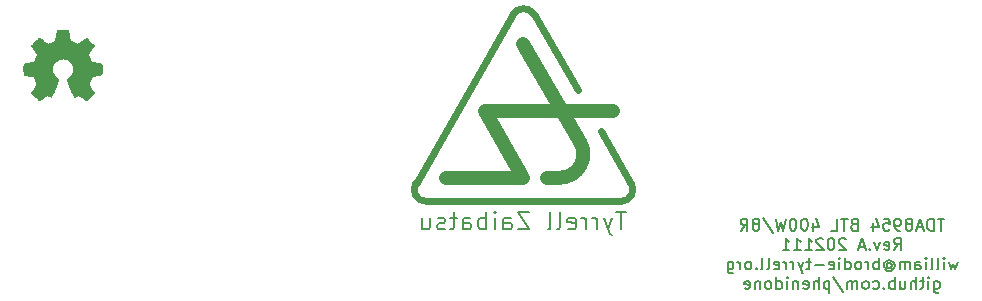
<source format=gbr>
G04 #@! TF.GenerationSoftware,KiCad,Pcbnew,5.1.5+dfsg1-2build2*
G04 #@! TF.CreationDate,2021-11-28T21:57:44+10:30*
G04 #@! TF.ProjectId,tda8954-btl,74646138-3935-4342-9d62-746c2e6b6963,rev?*
G04 #@! TF.SameCoordinates,Original*
G04 #@! TF.FileFunction,Legend,Bot*
G04 #@! TF.FilePolarity,Positive*
%FSLAX46Y46*%
G04 Gerber Fmt 4.6, Leading zero omitted, Abs format (unit mm)*
G04 Created by KiCad (PCBNEW 5.1.5+dfsg1-2build2) date 2021-11-28 21:57:44*
%MOMM*%
%LPD*%
G04 APERTURE LIST*
%ADD10C,0.150000*%
%ADD11C,0.010000*%
%ADD12C,1.200000*%
%ADD13C,0.600000*%
%ADD14C,0.200000*%
G04 APERTURE END LIST*
D10*
X116666666Y-53977380D02*
X116095238Y-53977380D01*
X116380952Y-54977380D02*
X116380952Y-53977380D01*
X115761904Y-54977380D02*
X115761904Y-53977380D01*
X115523809Y-53977380D01*
X115380952Y-54025000D01*
X115285714Y-54120238D01*
X115238095Y-54215476D01*
X115190476Y-54405952D01*
X115190476Y-54548809D01*
X115238095Y-54739285D01*
X115285714Y-54834523D01*
X115380952Y-54929761D01*
X115523809Y-54977380D01*
X115761904Y-54977380D01*
X114809523Y-54691666D02*
X114333333Y-54691666D01*
X114904761Y-54977380D02*
X114571428Y-53977380D01*
X114238095Y-54977380D01*
X113761904Y-54405952D02*
X113857142Y-54358333D01*
X113904761Y-54310714D01*
X113952380Y-54215476D01*
X113952380Y-54167857D01*
X113904761Y-54072619D01*
X113857142Y-54025000D01*
X113761904Y-53977380D01*
X113571428Y-53977380D01*
X113476190Y-54025000D01*
X113428571Y-54072619D01*
X113380952Y-54167857D01*
X113380952Y-54215476D01*
X113428571Y-54310714D01*
X113476190Y-54358333D01*
X113571428Y-54405952D01*
X113761904Y-54405952D01*
X113857142Y-54453571D01*
X113904761Y-54501190D01*
X113952380Y-54596428D01*
X113952380Y-54786904D01*
X113904761Y-54882142D01*
X113857142Y-54929761D01*
X113761904Y-54977380D01*
X113571428Y-54977380D01*
X113476190Y-54929761D01*
X113428571Y-54882142D01*
X113380952Y-54786904D01*
X113380952Y-54596428D01*
X113428571Y-54501190D01*
X113476190Y-54453571D01*
X113571428Y-54405952D01*
X112904761Y-54977380D02*
X112714285Y-54977380D01*
X112619047Y-54929761D01*
X112571428Y-54882142D01*
X112476190Y-54739285D01*
X112428571Y-54548809D01*
X112428571Y-54167857D01*
X112476190Y-54072619D01*
X112523809Y-54025000D01*
X112619047Y-53977380D01*
X112809523Y-53977380D01*
X112904761Y-54025000D01*
X112952380Y-54072619D01*
X113000000Y-54167857D01*
X113000000Y-54405952D01*
X112952380Y-54501190D01*
X112904761Y-54548809D01*
X112809523Y-54596428D01*
X112619047Y-54596428D01*
X112523809Y-54548809D01*
X112476190Y-54501190D01*
X112428571Y-54405952D01*
X111523809Y-53977380D02*
X112000000Y-53977380D01*
X112047619Y-54453571D01*
X112000000Y-54405952D01*
X111904761Y-54358333D01*
X111666666Y-54358333D01*
X111571428Y-54405952D01*
X111523809Y-54453571D01*
X111476190Y-54548809D01*
X111476190Y-54786904D01*
X111523809Y-54882142D01*
X111571428Y-54929761D01*
X111666666Y-54977380D01*
X111904761Y-54977380D01*
X112000000Y-54929761D01*
X112047619Y-54882142D01*
X110619047Y-54310714D02*
X110619047Y-54977380D01*
X110857142Y-53929761D02*
X111095238Y-54644047D01*
X110476190Y-54644047D01*
X109000000Y-54453571D02*
X108857142Y-54501190D01*
X108809523Y-54548809D01*
X108761904Y-54644047D01*
X108761904Y-54786904D01*
X108809523Y-54882142D01*
X108857142Y-54929761D01*
X108952380Y-54977380D01*
X109333333Y-54977380D01*
X109333333Y-53977380D01*
X109000000Y-53977380D01*
X108904761Y-54025000D01*
X108857142Y-54072619D01*
X108809523Y-54167857D01*
X108809523Y-54263095D01*
X108857142Y-54358333D01*
X108904761Y-54405952D01*
X109000000Y-54453571D01*
X109333333Y-54453571D01*
X108476190Y-53977380D02*
X107904761Y-53977380D01*
X108190476Y-54977380D02*
X108190476Y-53977380D01*
X107095238Y-54977380D02*
X107571428Y-54977380D01*
X107571428Y-53977380D01*
X105571428Y-54310714D02*
X105571428Y-54977380D01*
X105809523Y-53929761D02*
X106047619Y-54644047D01*
X105428571Y-54644047D01*
X104857142Y-53977380D02*
X104761904Y-53977380D01*
X104666666Y-54025000D01*
X104619047Y-54072619D01*
X104571428Y-54167857D01*
X104523809Y-54358333D01*
X104523809Y-54596428D01*
X104571428Y-54786904D01*
X104619047Y-54882142D01*
X104666666Y-54929761D01*
X104761904Y-54977380D01*
X104857142Y-54977380D01*
X104952380Y-54929761D01*
X105000000Y-54882142D01*
X105047619Y-54786904D01*
X105095238Y-54596428D01*
X105095238Y-54358333D01*
X105047619Y-54167857D01*
X105000000Y-54072619D01*
X104952380Y-54025000D01*
X104857142Y-53977380D01*
X103904761Y-53977380D02*
X103809523Y-53977380D01*
X103714285Y-54025000D01*
X103666666Y-54072619D01*
X103619047Y-54167857D01*
X103571428Y-54358333D01*
X103571428Y-54596428D01*
X103619047Y-54786904D01*
X103666666Y-54882142D01*
X103714285Y-54929761D01*
X103809523Y-54977380D01*
X103904761Y-54977380D01*
X104000000Y-54929761D01*
X104047619Y-54882142D01*
X104095238Y-54786904D01*
X104142857Y-54596428D01*
X104142857Y-54358333D01*
X104095238Y-54167857D01*
X104047619Y-54072619D01*
X104000000Y-54025000D01*
X103904761Y-53977380D01*
X103238095Y-53977380D02*
X103000000Y-54977380D01*
X102809523Y-54263095D01*
X102619047Y-54977380D01*
X102380952Y-53977380D01*
X101285714Y-53929761D02*
X102142857Y-55215476D01*
X100809523Y-54405952D02*
X100904761Y-54358333D01*
X100952380Y-54310714D01*
X101000000Y-54215476D01*
X101000000Y-54167857D01*
X100952380Y-54072619D01*
X100904761Y-54025000D01*
X100809523Y-53977380D01*
X100619047Y-53977380D01*
X100523809Y-54025000D01*
X100476190Y-54072619D01*
X100428571Y-54167857D01*
X100428571Y-54215476D01*
X100476190Y-54310714D01*
X100523809Y-54358333D01*
X100619047Y-54405952D01*
X100809523Y-54405952D01*
X100904761Y-54453571D01*
X100952380Y-54501190D01*
X101000000Y-54596428D01*
X101000000Y-54786904D01*
X100952380Y-54882142D01*
X100904761Y-54929761D01*
X100809523Y-54977380D01*
X100619047Y-54977380D01*
X100523809Y-54929761D01*
X100476190Y-54882142D01*
X100428571Y-54786904D01*
X100428571Y-54596428D01*
X100476190Y-54501190D01*
X100523809Y-54453571D01*
X100619047Y-54405952D01*
X99428571Y-54977380D02*
X99761904Y-54501190D01*
X100000000Y-54977380D02*
X100000000Y-53977380D01*
X99619047Y-53977380D01*
X99523809Y-54025000D01*
X99476190Y-54072619D01*
X99428571Y-54167857D01*
X99428571Y-54310714D01*
X99476190Y-54405952D01*
X99523809Y-54453571D01*
X99619047Y-54501190D01*
X100000000Y-54501190D01*
X112404761Y-56627380D02*
X112738095Y-56151190D01*
X112976190Y-56627380D02*
X112976190Y-55627380D01*
X112595238Y-55627380D01*
X112500000Y-55675000D01*
X112452380Y-55722619D01*
X112404761Y-55817857D01*
X112404761Y-55960714D01*
X112452380Y-56055952D01*
X112500000Y-56103571D01*
X112595238Y-56151190D01*
X112976190Y-56151190D01*
X111595238Y-56579761D02*
X111690476Y-56627380D01*
X111880952Y-56627380D01*
X111976190Y-56579761D01*
X112023809Y-56484523D01*
X112023809Y-56103571D01*
X111976190Y-56008333D01*
X111880952Y-55960714D01*
X111690476Y-55960714D01*
X111595238Y-56008333D01*
X111547619Y-56103571D01*
X111547619Y-56198809D01*
X112023809Y-56294047D01*
X111214285Y-55960714D02*
X110976190Y-56627380D01*
X110738095Y-55960714D01*
X110357142Y-56532142D02*
X110309523Y-56579761D01*
X110357142Y-56627380D01*
X110404761Y-56579761D01*
X110357142Y-56532142D01*
X110357142Y-56627380D01*
X109928571Y-56341666D02*
X109452380Y-56341666D01*
X110023809Y-56627380D02*
X109690476Y-55627380D01*
X109357142Y-56627380D01*
X108309523Y-55722619D02*
X108261904Y-55675000D01*
X108166666Y-55627380D01*
X107928571Y-55627380D01*
X107833333Y-55675000D01*
X107785714Y-55722619D01*
X107738095Y-55817857D01*
X107738095Y-55913095D01*
X107785714Y-56055952D01*
X108357142Y-56627380D01*
X107738095Y-56627380D01*
X107119047Y-55627380D02*
X107023809Y-55627380D01*
X106928571Y-55675000D01*
X106880952Y-55722619D01*
X106833333Y-55817857D01*
X106785714Y-56008333D01*
X106785714Y-56246428D01*
X106833333Y-56436904D01*
X106880952Y-56532142D01*
X106928571Y-56579761D01*
X107023809Y-56627380D01*
X107119047Y-56627380D01*
X107214285Y-56579761D01*
X107261904Y-56532142D01*
X107309523Y-56436904D01*
X107357142Y-56246428D01*
X107357142Y-56008333D01*
X107309523Y-55817857D01*
X107261904Y-55722619D01*
X107214285Y-55675000D01*
X107119047Y-55627380D01*
X106404761Y-55722619D02*
X106357142Y-55675000D01*
X106261904Y-55627380D01*
X106023809Y-55627380D01*
X105928571Y-55675000D01*
X105880952Y-55722619D01*
X105833333Y-55817857D01*
X105833333Y-55913095D01*
X105880952Y-56055952D01*
X106452380Y-56627380D01*
X105833333Y-56627380D01*
X104880952Y-56627380D02*
X105452380Y-56627380D01*
X105166666Y-56627380D02*
X105166666Y-55627380D01*
X105261904Y-55770238D01*
X105357142Y-55865476D01*
X105452380Y-55913095D01*
X103928571Y-56627380D02*
X104500000Y-56627380D01*
X104214285Y-56627380D02*
X104214285Y-55627380D01*
X104309523Y-55770238D01*
X104404761Y-55865476D01*
X104500000Y-55913095D01*
X102976190Y-56627380D02*
X103547619Y-56627380D01*
X103261904Y-56627380D02*
X103261904Y-55627380D01*
X103357142Y-55770238D01*
X103452380Y-55865476D01*
X103547619Y-55913095D01*
X117785714Y-57610714D02*
X117595238Y-58277380D01*
X117404761Y-57801190D01*
X117214285Y-58277380D01*
X117023809Y-57610714D01*
X116642857Y-58277380D02*
X116642857Y-57610714D01*
X116642857Y-57277380D02*
X116690476Y-57325000D01*
X116642857Y-57372619D01*
X116595238Y-57325000D01*
X116642857Y-57277380D01*
X116642857Y-57372619D01*
X116023809Y-58277380D02*
X116119047Y-58229761D01*
X116166666Y-58134523D01*
X116166666Y-57277380D01*
X115500000Y-58277380D02*
X115595238Y-58229761D01*
X115642857Y-58134523D01*
X115642857Y-57277380D01*
X115119047Y-58277380D02*
X115119047Y-57610714D01*
X115119047Y-57277380D02*
X115166666Y-57325000D01*
X115119047Y-57372619D01*
X115071428Y-57325000D01*
X115119047Y-57277380D01*
X115119047Y-57372619D01*
X114214285Y-58277380D02*
X114214285Y-57753571D01*
X114261904Y-57658333D01*
X114357142Y-57610714D01*
X114547619Y-57610714D01*
X114642857Y-57658333D01*
X114214285Y-58229761D02*
X114309523Y-58277380D01*
X114547619Y-58277380D01*
X114642857Y-58229761D01*
X114690476Y-58134523D01*
X114690476Y-58039285D01*
X114642857Y-57944047D01*
X114547619Y-57896428D01*
X114309523Y-57896428D01*
X114214285Y-57848809D01*
X113738095Y-58277380D02*
X113738095Y-57610714D01*
X113738095Y-57705952D02*
X113690476Y-57658333D01*
X113595238Y-57610714D01*
X113452380Y-57610714D01*
X113357142Y-57658333D01*
X113309523Y-57753571D01*
X113309523Y-58277380D01*
X113309523Y-57753571D02*
X113261904Y-57658333D01*
X113166666Y-57610714D01*
X113023809Y-57610714D01*
X112928571Y-57658333D01*
X112880952Y-57753571D01*
X112880952Y-58277380D01*
X111785714Y-57801190D02*
X111833333Y-57753571D01*
X111928571Y-57705952D01*
X112023809Y-57705952D01*
X112119047Y-57753571D01*
X112166666Y-57801190D01*
X112214285Y-57896428D01*
X112214285Y-57991666D01*
X112166666Y-58086904D01*
X112119047Y-58134523D01*
X112023809Y-58182142D01*
X111928571Y-58182142D01*
X111833333Y-58134523D01*
X111785714Y-58086904D01*
X111785714Y-57705952D02*
X111785714Y-58086904D01*
X111738095Y-58134523D01*
X111690476Y-58134523D01*
X111595238Y-58086904D01*
X111547619Y-57991666D01*
X111547619Y-57753571D01*
X111642857Y-57610714D01*
X111785714Y-57515476D01*
X111976190Y-57467857D01*
X112166666Y-57515476D01*
X112309523Y-57610714D01*
X112404761Y-57753571D01*
X112452380Y-57944047D01*
X112404761Y-58134523D01*
X112309523Y-58277380D01*
X112166666Y-58372619D01*
X111976190Y-58420238D01*
X111785714Y-58372619D01*
X111642857Y-58277380D01*
X111119047Y-58277380D02*
X111119047Y-57277380D01*
X111119047Y-57658333D02*
X111023809Y-57610714D01*
X110833333Y-57610714D01*
X110738095Y-57658333D01*
X110690476Y-57705952D01*
X110642857Y-57801190D01*
X110642857Y-58086904D01*
X110690476Y-58182142D01*
X110738095Y-58229761D01*
X110833333Y-58277380D01*
X111023809Y-58277380D01*
X111119047Y-58229761D01*
X110214285Y-58277380D02*
X110214285Y-57610714D01*
X110214285Y-57801190D02*
X110166666Y-57705952D01*
X110119047Y-57658333D01*
X110023809Y-57610714D01*
X109928571Y-57610714D01*
X109452380Y-58277380D02*
X109547619Y-58229761D01*
X109595238Y-58182142D01*
X109642857Y-58086904D01*
X109642857Y-57801190D01*
X109595238Y-57705952D01*
X109547619Y-57658333D01*
X109452380Y-57610714D01*
X109309523Y-57610714D01*
X109214285Y-57658333D01*
X109166666Y-57705952D01*
X109119047Y-57801190D01*
X109119047Y-58086904D01*
X109166666Y-58182142D01*
X109214285Y-58229761D01*
X109309523Y-58277380D01*
X109452380Y-58277380D01*
X108261904Y-58277380D02*
X108261904Y-57277380D01*
X108261904Y-58229761D02*
X108357142Y-58277380D01*
X108547619Y-58277380D01*
X108642857Y-58229761D01*
X108690476Y-58182142D01*
X108738095Y-58086904D01*
X108738095Y-57801190D01*
X108690476Y-57705952D01*
X108642857Y-57658333D01*
X108547619Y-57610714D01*
X108357142Y-57610714D01*
X108261904Y-57658333D01*
X107785714Y-58277380D02*
X107785714Y-57610714D01*
X107785714Y-57277380D02*
X107833333Y-57325000D01*
X107785714Y-57372619D01*
X107738095Y-57325000D01*
X107785714Y-57277380D01*
X107785714Y-57372619D01*
X106928571Y-58229761D02*
X107023809Y-58277380D01*
X107214285Y-58277380D01*
X107309523Y-58229761D01*
X107357142Y-58134523D01*
X107357142Y-57753571D01*
X107309523Y-57658333D01*
X107214285Y-57610714D01*
X107023809Y-57610714D01*
X106928571Y-57658333D01*
X106880952Y-57753571D01*
X106880952Y-57848809D01*
X107357142Y-57944047D01*
X106452380Y-57896428D02*
X105690476Y-57896428D01*
X105357142Y-57610714D02*
X104976190Y-57610714D01*
X105214285Y-57277380D02*
X105214285Y-58134523D01*
X105166666Y-58229761D01*
X105071428Y-58277380D01*
X104976190Y-58277380D01*
X104738095Y-57610714D02*
X104500000Y-58277380D01*
X104261904Y-57610714D02*
X104500000Y-58277380D01*
X104595238Y-58515476D01*
X104642857Y-58563095D01*
X104738095Y-58610714D01*
X103880952Y-58277380D02*
X103880952Y-57610714D01*
X103880952Y-57801190D02*
X103833333Y-57705952D01*
X103785714Y-57658333D01*
X103690476Y-57610714D01*
X103595238Y-57610714D01*
X103261904Y-58277380D02*
X103261904Y-57610714D01*
X103261904Y-57801190D02*
X103214285Y-57705952D01*
X103166666Y-57658333D01*
X103071428Y-57610714D01*
X102976190Y-57610714D01*
X102261904Y-58229761D02*
X102357142Y-58277380D01*
X102547619Y-58277380D01*
X102642857Y-58229761D01*
X102690476Y-58134523D01*
X102690476Y-57753571D01*
X102642857Y-57658333D01*
X102547619Y-57610714D01*
X102357142Y-57610714D01*
X102261904Y-57658333D01*
X102214285Y-57753571D01*
X102214285Y-57848809D01*
X102690476Y-57944047D01*
X101642857Y-58277380D02*
X101738095Y-58229761D01*
X101785714Y-58134523D01*
X101785714Y-57277380D01*
X101119047Y-58277380D02*
X101214285Y-58229761D01*
X101261904Y-58134523D01*
X101261904Y-57277380D01*
X100738095Y-58182142D02*
X100690476Y-58229761D01*
X100738095Y-58277380D01*
X100785714Y-58229761D01*
X100738095Y-58182142D01*
X100738095Y-58277380D01*
X100119047Y-58277380D02*
X100214285Y-58229761D01*
X100261904Y-58182142D01*
X100309523Y-58086904D01*
X100309523Y-57801190D01*
X100261904Y-57705952D01*
X100214285Y-57658333D01*
X100119047Y-57610714D01*
X99976190Y-57610714D01*
X99880952Y-57658333D01*
X99833333Y-57705952D01*
X99785714Y-57801190D01*
X99785714Y-58086904D01*
X99833333Y-58182142D01*
X99880952Y-58229761D01*
X99976190Y-58277380D01*
X100119047Y-58277380D01*
X99357142Y-58277380D02*
X99357142Y-57610714D01*
X99357142Y-57801190D02*
X99309523Y-57705952D01*
X99261904Y-57658333D01*
X99166666Y-57610714D01*
X99071428Y-57610714D01*
X98309523Y-57610714D02*
X98309523Y-58420238D01*
X98357142Y-58515476D01*
X98404761Y-58563095D01*
X98500000Y-58610714D01*
X98642857Y-58610714D01*
X98738095Y-58563095D01*
X98309523Y-58229761D02*
X98404761Y-58277380D01*
X98595238Y-58277380D01*
X98690476Y-58229761D01*
X98738095Y-58182142D01*
X98785714Y-58086904D01*
X98785714Y-57801190D01*
X98738095Y-57705952D01*
X98690476Y-57658333D01*
X98595238Y-57610714D01*
X98404761Y-57610714D01*
X98309523Y-57658333D01*
X115785714Y-59260714D02*
X115785714Y-60070238D01*
X115833333Y-60165476D01*
X115880952Y-60213095D01*
X115976190Y-60260714D01*
X116119047Y-60260714D01*
X116214285Y-60213095D01*
X115785714Y-59879761D02*
X115880952Y-59927380D01*
X116071428Y-59927380D01*
X116166666Y-59879761D01*
X116214285Y-59832142D01*
X116261904Y-59736904D01*
X116261904Y-59451190D01*
X116214285Y-59355952D01*
X116166666Y-59308333D01*
X116071428Y-59260714D01*
X115880952Y-59260714D01*
X115785714Y-59308333D01*
X115309523Y-59927380D02*
X115309523Y-59260714D01*
X115309523Y-58927380D02*
X115357142Y-58975000D01*
X115309523Y-59022619D01*
X115261904Y-58975000D01*
X115309523Y-58927380D01*
X115309523Y-59022619D01*
X114976190Y-59260714D02*
X114595238Y-59260714D01*
X114833333Y-58927380D02*
X114833333Y-59784523D01*
X114785714Y-59879761D01*
X114690476Y-59927380D01*
X114595238Y-59927380D01*
X114261904Y-59927380D02*
X114261904Y-58927380D01*
X113833333Y-59927380D02*
X113833333Y-59403571D01*
X113880952Y-59308333D01*
X113976190Y-59260714D01*
X114119047Y-59260714D01*
X114214285Y-59308333D01*
X114261904Y-59355952D01*
X112928571Y-59260714D02*
X112928571Y-59927380D01*
X113357142Y-59260714D02*
X113357142Y-59784523D01*
X113309523Y-59879761D01*
X113214285Y-59927380D01*
X113071428Y-59927380D01*
X112976190Y-59879761D01*
X112928571Y-59832142D01*
X112452380Y-59927380D02*
X112452380Y-58927380D01*
X112452380Y-59308333D02*
X112357142Y-59260714D01*
X112166666Y-59260714D01*
X112071428Y-59308333D01*
X112023809Y-59355952D01*
X111976190Y-59451190D01*
X111976190Y-59736904D01*
X112023809Y-59832142D01*
X112071428Y-59879761D01*
X112166666Y-59927380D01*
X112357142Y-59927380D01*
X112452380Y-59879761D01*
X111547619Y-59832142D02*
X111500000Y-59879761D01*
X111547619Y-59927380D01*
X111595238Y-59879761D01*
X111547619Y-59832142D01*
X111547619Y-59927380D01*
X110642857Y-59879761D02*
X110738095Y-59927380D01*
X110928571Y-59927380D01*
X111023809Y-59879761D01*
X111071428Y-59832142D01*
X111119047Y-59736904D01*
X111119047Y-59451190D01*
X111071428Y-59355952D01*
X111023809Y-59308333D01*
X110928571Y-59260714D01*
X110738095Y-59260714D01*
X110642857Y-59308333D01*
X110071428Y-59927380D02*
X110166666Y-59879761D01*
X110214285Y-59832142D01*
X110261904Y-59736904D01*
X110261904Y-59451190D01*
X110214285Y-59355952D01*
X110166666Y-59308333D01*
X110071428Y-59260714D01*
X109928571Y-59260714D01*
X109833333Y-59308333D01*
X109785714Y-59355952D01*
X109738095Y-59451190D01*
X109738095Y-59736904D01*
X109785714Y-59832142D01*
X109833333Y-59879761D01*
X109928571Y-59927380D01*
X110071428Y-59927380D01*
X109309523Y-59927380D02*
X109309523Y-59260714D01*
X109309523Y-59355952D02*
X109261904Y-59308333D01*
X109166666Y-59260714D01*
X109023809Y-59260714D01*
X108928571Y-59308333D01*
X108880952Y-59403571D01*
X108880952Y-59927380D01*
X108880952Y-59403571D02*
X108833333Y-59308333D01*
X108738095Y-59260714D01*
X108595238Y-59260714D01*
X108500000Y-59308333D01*
X108452380Y-59403571D01*
X108452380Y-59927380D01*
X107261904Y-58879761D02*
X108119047Y-60165476D01*
X106928571Y-59260714D02*
X106928571Y-60260714D01*
X106928571Y-59308333D02*
X106833333Y-59260714D01*
X106642857Y-59260714D01*
X106547619Y-59308333D01*
X106500000Y-59355952D01*
X106452380Y-59451190D01*
X106452380Y-59736904D01*
X106500000Y-59832142D01*
X106547619Y-59879761D01*
X106642857Y-59927380D01*
X106833333Y-59927380D01*
X106928571Y-59879761D01*
X106023809Y-59927380D02*
X106023809Y-58927380D01*
X105595238Y-59927380D02*
X105595238Y-59403571D01*
X105642857Y-59308333D01*
X105738095Y-59260714D01*
X105880952Y-59260714D01*
X105976190Y-59308333D01*
X106023809Y-59355952D01*
X104738095Y-59879761D02*
X104833333Y-59927380D01*
X105023809Y-59927380D01*
X105119047Y-59879761D01*
X105166666Y-59784523D01*
X105166666Y-59403571D01*
X105119047Y-59308333D01*
X105023809Y-59260714D01*
X104833333Y-59260714D01*
X104738095Y-59308333D01*
X104690476Y-59403571D01*
X104690476Y-59498809D01*
X105166666Y-59594047D01*
X104261904Y-59260714D02*
X104261904Y-59927380D01*
X104261904Y-59355952D02*
X104214285Y-59308333D01*
X104119047Y-59260714D01*
X103976190Y-59260714D01*
X103880952Y-59308333D01*
X103833333Y-59403571D01*
X103833333Y-59927380D01*
X103357142Y-59927380D02*
X103357142Y-59260714D01*
X103357142Y-58927380D02*
X103404761Y-58975000D01*
X103357142Y-59022619D01*
X103309523Y-58975000D01*
X103357142Y-58927380D01*
X103357142Y-59022619D01*
X102452380Y-59927380D02*
X102452380Y-58927380D01*
X102452380Y-59879761D02*
X102547619Y-59927380D01*
X102738095Y-59927380D01*
X102833333Y-59879761D01*
X102880952Y-59832142D01*
X102928571Y-59736904D01*
X102928571Y-59451190D01*
X102880952Y-59355952D01*
X102833333Y-59308333D01*
X102738095Y-59260714D01*
X102547619Y-59260714D01*
X102452380Y-59308333D01*
X101833333Y-59927380D02*
X101928571Y-59879761D01*
X101976190Y-59832142D01*
X102023809Y-59736904D01*
X102023809Y-59451190D01*
X101976190Y-59355952D01*
X101928571Y-59308333D01*
X101833333Y-59260714D01*
X101690476Y-59260714D01*
X101595238Y-59308333D01*
X101547619Y-59355952D01*
X101500000Y-59451190D01*
X101500000Y-59736904D01*
X101547619Y-59832142D01*
X101595238Y-59879761D01*
X101690476Y-59927380D01*
X101833333Y-59927380D01*
X101071428Y-59260714D02*
X101071428Y-59927380D01*
X101071428Y-59355952D02*
X101023809Y-59308333D01*
X100928571Y-59260714D01*
X100785714Y-59260714D01*
X100690476Y-59308333D01*
X100642857Y-59403571D01*
X100642857Y-59927380D01*
X99785714Y-59879761D02*
X99880952Y-59927380D01*
X100071428Y-59927380D01*
X100166666Y-59879761D01*
X100214285Y-59784523D01*
X100214285Y-59403571D01*
X100166666Y-59308333D01*
X100071428Y-59260714D01*
X99880952Y-59260714D01*
X99785714Y-59308333D01*
X99738095Y-59403571D01*
X99738095Y-59498809D01*
X100214285Y-59594047D01*
D11*
G36*
X42555814Y-38468931D02*
G01*
X42639635Y-38913555D01*
X42948920Y-39041053D01*
X43258206Y-39168551D01*
X43629246Y-38916246D01*
X43733157Y-38845996D01*
X43827087Y-38783272D01*
X43906652Y-38730938D01*
X43967470Y-38691857D01*
X44005157Y-38668893D01*
X44015421Y-38663942D01*
X44033910Y-38676676D01*
X44073420Y-38711882D01*
X44129522Y-38765062D01*
X44197787Y-38831718D01*
X44273786Y-38907354D01*
X44353092Y-38987472D01*
X44431275Y-39067574D01*
X44503907Y-39143164D01*
X44566559Y-39209745D01*
X44614803Y-39262818D01*
X44644210Y-39297887D01*
X44651241Y-39309623D01*
X44641123Y-39331260D01*
X44612759Y-39378662D01*
X44569129Y-39447193D01*
X44513218Y-39532215D01*
X44448006Y-39629093D01*
X44410219Y-39684350D01*
X44341343Y-39785248D01*
X44280140Y-39876299D01*
X44229578Y-39952970D01*
X44192628Y-40010728D01*
X44172258Y-40045043D01*
X44169197Y-40052254D01*
X44176136Y-40072748D01*
X44195051Y-40120513D01*
X44223087Y-40188832D01*
X44257391Y-40270989D01*
X44295109Y-40360270D01*
X44333387Y-40449958D01*
X44369370Y-40533338D01*
X44400206Y-40603694D01*
X44423039Y-40654310D01*
X44435017Y-40678471D01*
X44435724Y-40679422D01*
X44454531Y-40684036D01*
X44504618Y-40694328D01*
X44580793Y-40709287D01*
X44677865Y-40727901D01*
X44790643Y-40749159D01*
X44856442Y-40761418D01*
X44976950Y-40784362D01*
X45085797Y-40806195D01*
X45177476Y-40825722D01*
X45246481Y-40841748D01*
X45287304Y-40853079D01*
X45295511Y-40856674D01*
X45303548Y-40881006D01*
X45310033Y-40935959D01*
X45314970Y-41015108D01*
X45318364Y-41112026D01*
X45320218Y-41220287D01*
X45320538Y-41333465D01*
X45319327Y-41445135D01*
X45316590Y-41548868D01*
X45312331Y-41638241D01*
X45306555Y-41706826D01*
X45299267Y-41748197D01*
X45294895Y-41756810D01*
X45268764Y-41767133D01*
X45213393Y-41781892D01*
X45136107Y-41799352D01*
X45044230Y-41817780D01*
X45012158Y-41823741D01*
X44857524Y-41852066D01*
X44735375Y-41874876D01*
X44641673Y-41893080D01*
X44572384Y-41907583D01*
X44523471Y-41919292D01*
X44490897Y-41929115D01*
X44470628Y-41937956D01*
X44458626Y-41946724D01*
X44456947Y-41948457D01*
X44440184Y-41976371D01*
X44414614Y-42030695D01*
X44382788Y-42104777D01*
X44347260Y-42191965D01*
X44310583Y-42285608D01*
X44275311Y-42379052D01*
X44243996Y-42465647D01*
X44219193Y-42538740D01*
X44203454Y-42591678D01*
X44199332Y-42617811D01*
X44199676Y-42618726D01*
X44213641Y-42640086D01*
X44245322Y-42687084D01*
X44291391Y-42754827D01*
X44348518Y-42838423D01*
X44413373Y-42932982D01*
X44431843Y-42959854D01*
X44497699Y-43057275D01*
X44555650Y-43146163D01*
X44602538Y-43221412D01*
X44635207Y-43277920D01*
X44650500Y-43310581D01*
X44651241Y-43314593D01*
X44638392Y-43335684D01*
X44602888Y-43377464D01*
X44549293Y-43435445D01*
X44482171Y-43505135D01*
X44406087Y-43582045D01*
X44325604Y-43661683D01*
X44245287Y-43739561D01*
X44169699Y-43811186D01*
X44103405Y-43872070D01*
X44050969Y-43917721D01*
X44016955Y-43943650D01*
X44007545Y-43947883D01*
X43985643Y-43937912D01*
X43940800Y-43911020D01*
X43880321Y-43871736D01*
X43833789Y-43840117D01*
X43749475Y-43782098D01*
X43649626Y-43713784D01*
X43549473Y-43645579D01*
X43495627Y-43609075D01*
X43313371Y-43485800D01*
X43160381Y-43568520D01*
X43090682Y-43604759D01*
X43031414Y-43632926D01*
X42991311Y-43648991D01*
X42981103Y-43651226D01*
X42968829Y-43634722D01*
X42944613Y-43588082D01*
X42910263Y-43515609D01*
X42867588Y-43421606D01*
X42818394Y-43310374D01*
X42764490Y-43186215D01*
X42707684Y-43053432D01*
X42649782Y-42916327D01*
X42592593Y-42779202D01*
X42537924Y-42646358D01*
X42487584Y-42522098D01*
X42443380Y-42410725D01*
X42407119Y-42316539D01*
X42380609Y-42243844D01*
X42365658Y-42196941D01*
X42363254Y-42180833D01*
X42382311Y-42160286D01*
X42424036Y-42126933D01*
X42479706Y-42087702D01*
X42484378Y-42084599D01*
X42628264Y-41969423D01*
X42744283Y-41835053D01*
X42831430Y-41685784D01*
X42888699Y-41525913D01*
X42915086Y-41359737D01*
X42909585Y-41191552D01*
X42871190Y-41025655D01*
X42798895Y-40866342D01*
X42777626Y-40831487D01*
X42666996Y-40690737D01*
X42536302Y-40577714D01*
X42390064Y-40493003D01*
X42232808Y-40437194D01*
X42069057Y-40410874D01*
X41903333Y-40414630D01*
X41740162Y-40449050D01*
X41584065Y-40514723D01*
X41439567Y-40612235D01*
X41394869Y-40651813D01*
X41281112Y-40775703D01*
X41198218Y-40906124D01*
X41141356Y-41052315D01*
X41109687Y-41197088D01*
X41101869Y-41359860D01*
X41127938Y-41523440D01*
X41185245Y-41682298D01*
X41271144Y-41830906D01*
X41382986Y-41963735D01*
X41518123Y-42075256D01*
X41535883Y-42087011D01*
X41592150Y-42125508D01*
X41634923Y-42158863D01*
X41655372Y-42180160D01*
X41655669Y-42180833D01*
X41651279Y-42203871D01*
X41633876Y-42256157D01*
X41605268Y-42333390D01*
X41567265Y-42431268D01*
X41521674Y-42545491D01*
X41470303Y-42671758D01*
X41414962Y-42805767D01*
X41357458Y-42943218D01*
X41299601Y-43079808D01*
X41243198Y-43211237D01*
X41190058Y-43333205D01*
X41141990Y-43441409D01*
X41100801Y-43531549D01*
X41068301Y-43599323D01*
X41046297Y-43640430D01*
X41037436Y-43651226D01*
X41010360Y-43642819D01*
X40959697Y-43620272D01*
X40894183Y-43587613D01*
X40858159Y-43568520D01*
X40705168Y-43485800D01*
X40522912Y-43609075D01*
X40429875Y-43672228D01*
X40328015Y-43741727D01*
X40232562Y-43807165D01*
X40184750Y-43840117D01*
X40117505Y-43885273D01*
X40060564Y-43921057D01*
X40021354Y-43942938D01*
X40008619Y-43947563D01*
X39990083Y-43935085D01*
X39949059Y-43900252D01*
X39889525Y-43846678D01*
X39815458Y-43777983D01*
X39730835Y-43697781D01*
X39677315Y-43646286D01*
X39583681Y-43554286D01*
X39502759Y-43471999D01*
X39437823Y-43402945D01*
X39392142Y-43350644D01*
X39368989Y-43318616D01*
X39366768Y-43312116D01*
X39377076Y-43287394D01*
X39405561Y-43237405D01*
X39449063Y-43167212D01*
X39504423Y-43081875D01*
X39568480Y-42986456D01*
X39586697Y-42959854D01*
X39653073Y-42863167D01*
X39712622Y-42776117D01*
X39762016Y-42703595D01*
X39797925Y-42650493D01*
X39817019Y-42621703D01*
X39818864Y-42618726D01*
X39816105Y-42595782D01*
X39801462Y-42545336D01*
X39777487Y-42474041D01*
X39746734Y-42388547D01*
X39711756Y-42295507D01*
X39675107Y-42201574D01*
X39639339Y-42113399D01*
X39607006Y-42037634D01*
X39580662Y-41980931D01*
X39562858Y-41949943D01*
X39561593Y-41948457D01*
X39550706Y-41939601D01*
X39532318Y-41930843D01*
X39502394Y-41921277D01*
X39456897Y-41909996D01*
X39391791Y-41896093D01*
X39303039Y-41878663D01*
X39186607Y-41856798D01*
X39038458Y-41829591D01*
X39006382Y-41823741D01*
X38911314Y-41805374D01*
X38828435Y-41787405D01*
X38765070Y-41771569D01*
X38728542Y-41759600D01*
X38723644Y-41756810D01*
X38715573Y-41732072D01*
X38709013Y-41676790D01*
X38703967Y-41597389D01*
X38700441Y-41500296D01*
X38698439Y-41391938D01*
X38697964Y-41278740D01*
X38699023Y-41167128D01*
X38701618Y-41063529D01*
X38705754Y-40974368D01*
X38711437Y-40906072D01*
X38718669Y-40865066D01*
X38723029Y-40856674D01*
X38747302Y-40848208D01*
X38802574Y-40834435D01*
X38883338Y-40816550D01*
X38984088Y-40795748D01*
X39099317Y-40773223D01*
X39162098Y-40761418D01*
X39281213Y-40739151D01*
X39387435Y-40718979D01*
X39475573Y-40701915D01*
X39540434Y-40688969D01*
X39576826Y-40681155D01*
X39582816Y-40679422D01*
X39592939Y-40659890D01*
X39614338Y-40612843D01*
X39644161Y-40545003D01*
X39679555Y-40463091D01*
X39717668Y-40373828D01*
X39755647Y-40283935D01*
X39790640Y-40200135D01*
X39819794Y-40129147D01*
X39840257Y-40077694D01*
X39849177Y-40052497D01*
X39849343Y-40051396D01*
X39839231Y-40031519D01*
X39810883Y-39985777D01*
X39767277Y-39918717D01*
X39711394Y-39834884D01*
X39646213Y-39738826D01*
X39608321Y-39683650D01*
X39539275Y-39582481D01*
X39477950Y-39490630D01*
X39427337Y-39412744D01*
X39390429Y-39353469D01*
X39370218Y-39317451D01*
X39367299Y-39309377D01*
X39379847Y-39290584D01*
X39414537Y-39250457D01*
X39466937Y-39193493D01*
X39532616Y-39124185D01*
X39607144Y-39047031D01*
X39686087Y-38966525D01*
X39765017Y-38887163D01*
X39839500Y-38813440D01*
X39905106Y-38749852D01*
X39957404Y-38700894D01*
X39991961Y-38671061D01*
X40003522Y-38663942D01*
X40022346Y-38673953D01*
X40067369Y-38702078D01*
X40134213Y-38745454D01*
X40218501Y-38801218D01*
X40315856Y-38866506D01*
X40389293Y-38916246D01*
X40760333Y-39168551D01*
X41378905Y-38913555D01*
X41462725Y-38468931D01*
X41546546Y-38024307D01*
X42471994Y-38024307D01*
X42555814Y-38468931D01*
G37*
X42555814Y-38468931D02*
X42639635Y-38913555D01*
X42948920Y-39041053D01*
X43258206Y-39168551D01*
X43629246Y-38916246D01*
X43733157Y-38845996D01*
X43827087Y-38783272D01*
X43906652Y-38730938D01*
X43967470Y-38691857D01*
X44005157Y-38668893D01*
X44015421Y-38663942D01*
X44033910Y-38676676D01*
X44073420Y-38711882D01*
X44129522Y-38765062D01*
X44197787Y-38831718D01*
X44273786Y-38907354D01*
X44353092Y-38987472D01*
X44431275Y-39067574D01*
X44503907Y-39143164D01*
X44566559Y-39209745D01*
X44614803Y-39262818D01*
X44644210Y-39297887D01*
X44651241Y-39309623D01*
X44641123Y-39331260D01*
X44612759Y-39378662D01*
X44569129Y-39447193D01*
X44513218Y-39532215D01*
X44448006Y-39629093D01*
X44410219Y-39684350D01*
X44341343Y-39785248D01*
X44280140Y-39876299D01*
X44229578Y-39952970D01*
X44192628Y-40010728D01*
X44172258Y-40045043D01*
X44169197Y-40052254D01*
X44176136Y-40072748D01*
X44195051Y-40120513D01*
X44223087Y-40188832D01*
X44257391Y-40270989D01*
X44295109Y-40360270D01*
X44333387Y-40449958D01*
X44369370Y-40533338D01*
X44400206Y-40603694D01*
X44423039Y-40654310D01*
X44435017Y-40678471D01*
X44435724Y-40679422D01*
X44454531Y-40684036D01*
X44504618Y-40694328D01*
X44580793Y-40709287D01*
X44677865Y-40727901D01*
X44790643Y-40749159D01*
X44856442Y-40761418D01*
X44976950Y-40784362D01*
X45085797Y-40806195D01*
X45177476Y-40825722D01*
X45246481Y-40841748D01*
X45287304Y-40853079D01*
X45295511Y-40856674D01*
X45303548Y-40881006D01*
X45310033Y-40935959D01*
X45314970Y-41015108D01*
X45318364Y-41112026D01*
X45320218Y-41220287D01*
X45320538Y-41333465D01*
X45319327Y-41445135D01*
X45316590Y-41548868D01*
X45312331Y-41638241D01*
X45306555Y-41706826D01*
X45299267Y-41748197D01*
X45294895Y-41756810D01*
X45268764Y-41767133D01*
X45213393Y-41781892D01*
X45136107Y-41799352D01*
X45044230Y-41817780D01*
X45012158Y-41823741D01*
X44857524Y-41852066D01*
X44735375Y-41874876D01*
X44641673Y-41893080D01*
X44572384Y-41907583D01*
X44523471Y-41919292D01*
X44490897Y-41929115D01*
X44470628Y-41937956D01*
X44458626Y-41946724D01*
X44456947Y-41948457D01*
X44440184Y-41976371D01*
X44414614Y-42030695D01*
X44382788Y-42104777D01*
X44347260Y-42191965D01*
X44310583Y-42285608D01*
X44275311Y-42379052D01*
X44243996Y-42465647D01*
X44219193Y-42538740D01*
X44203454Y-42591678D01*
X44199332Y-42617811D01*
X44199676Y-42618726D01*
X44213641Y-42640086D01*
X44245322Y-42687084D01*
X44291391Y-42754827D01*
X44348518Y-42838423D01*
X44413373Y-42932982D01*
X44431843Y-42959854D01*
X44497699Y-43057275D01*
X44555650Y-43146163D01*
X44602538Y-43221412D01*
X44635207Y-43277920D01*
X44650500Y-43310581D01*
X44651241Y-43314593D01*
X44638392Y-43335684D01*
X44602888Y-43377464D01*
X44549293Y-43435445D01*
X44482171Y-43505135D01*
X44406087Y-43582045D01*
X44325604Y-43661683D01*
X44245287Y-43739561D01*
X44169699Y-43811186D01*
X44103405Y-43872070D01*
X44050969Y-43917721D01*
X44016955Y-43943650D01*
X44007545Y-43947883D01*
X43985643Y-43937912D01*
X43940800Y-43911020D01*
X43880321Y-43871736D01*
X43833789Y-43840117D01*
X43749475Y-43782098D01*
X43649626Y-43713784D01*
X43549473Y-43645579D01*
X43495627Y-43609075D01*
X43313371Y-43485800D01*
X43160381Y-43568520D01*
X43090682Y-43604759D01*
X43031414Y-43632926D01*
X42991311Y-43648991D01*
X42981103Y-43651226D01*
X42968829Y-43634722D01*
X42944613Y-43588082D01*
X42910263Y-43515609D01*
X42867588Y-43421606D01*
X42818394Y-43310374D01*
X42764490Y-43186215D01*
X42707684Y-43053432D01*
X42649782Y-42916327D01*
X42592593Y-42779202D01*
X42537924Y-42646358D01*
X42487584Y-42522098D01*
X42443380Y-42410725D01*
X42407119Y-42316539D01*
X42380609Y-42243844D01*
X42365658Y-42196941D01*
X42363254Y-42180833D01*
X42382311Y-42160286D01*
X42424036Y-42126933D01*
X42479706Y-42087702D01*
X42484378Y-42084599D01*
X42628264Y-41969423D01*
X42744283Y-41835053D01*
X42831430Y-41685784D01*
X42888699Y-41525913D01*
X42915086Y-41359737D01*
X42909585Y-41191552D01*
X42871190Y-41025655D01*
X42798895Y-40866342D01*
X42777626Y-40831487D01*
X42666996Y-40690737D01*
X42536302Y-40577714D01*
X42390064Y-40493003D01*
X42232808Y-40437194D01*
X42069057Y-40410874D01*
X41903333Y-40414630D01*
X41740162Y-40449050D01*
X41584065Y-40514723D01*
X41439567Y-40612235D01*
X41394869Y-40651813D01*
X41281112Y-40775703D01*
X41198218Y-40906124D01*
X41141356Y-41052315D01*
X41109687Y-41197088D01*
X41101869Y-41359860D01*
X41127938Y-41523440D01*
X41185245Y-41682298D01*
X41271144Y-41830906D01*
X41382986Y-41963735D01*
X41518123Y-42075256D01*
X41535883Y-42087011D01*
X41592150Y-42125508D01*
X41634923Y-42158863D01*
X41655372Y-42180160D01*
X41655669Y-42180833D01*
X41651279Y-42203871D01*
X41633876Y-42256157D01*
X41605268Y-42333390D01*
X41567265Y-42431268D01*
X41521674Y-42545491D01*
X41470303Y-42671758D01*
X41414962Y-42805767D01*
X41357458Y-42943218D01*
X41299601Y-43079808D01*
X41243198Y-43211237D01*
X41190058Y-43333205D01*
X41141990Y-43441409D01*
X41100801Y-43531549D01*
X41068301Y-43599323D01*
X41046297Y-43640430D01*
X41037436Y-43651226D01*
X41010360Y-43642819D01*
X40959697Y-43620272D01*
X40894183Y-43587613D01*
X40858159Y-43568520D01*
X40705168Y-43485800D01*
X40522912Y-43609075D01*
X40429875Y-43672228D01*
X40328015Y-43741727D01*
X40232562Y-43807165D01*
X40184750Y-43840117D01*
X40117505Y-43885273D01*
X40060564Y-43921057D01*
X40021354Y-43942938D01*
X40008619Y-43947563D01*
X39990083Y-43935085D01*
X39949059Y-43900252D01*
X39889525Y-43846678D01*
X39815458Y-43777983D01*
X39730835Y-43697781D01*
X39677315Y-43646286D01*
X39583681Y-43554286D01*
X39502759Y-43471999D01*
X39437823Y-43402945D01*
X39392142Y-43350644D01*
X39368989Y-43318616D01*
X39366768Y-43312116D01*
X39377076Y-43287394D01*
X39405561Y-43237405D01*
X39449063Y-43167212D01*
X39504423Y-43081875D01*
X39568480Y-42986456D01*
X39586697Y-42959854D01*
X39653073Y-42863167D01*
X39712622Y-42776117D01*
X39762016Y-42703595D01*
X39797925Y-42650493D01*
X39817019Y-42621703D01*
X39818864Y-42618726D01*
X39816105Y-42595782D01*
X39801462Y-42545336D01*
X39777487Y-42474041D01*
X39746734Y-42388547D01*
X39711756Y-42295507D01*
X39675107Y-42201574D01*
X39639339Y-42113399D01*
X39607006Y-42037634D01*
X39580662Y-41980931D01*
X39562858Y-41949943D01*
X39561593Y-41948457D01*
X39550706Y-41939601D01*
X39532318Y-41930843D01*
X39502394Y-41921277D01*
X39456897Y-41909996D01*
X39391791Y-41896093D01*
X39303039Y-41878663D01*
X39186607Y-41856798D01*
X39038458Y-41829591D01*
X39006382Y-41823741D01*
X38911314Y-41805374D01*
X38828435Y-41787405D01*
X38765070Y-41771569D01*
X38728542Y-41759600D01*
X38723644Y-41756810D01*
X38715573Y-41732072D01*
X38709013Y-41676790D01*
X38703967Y-41597389D01*
X38700441Y-41500296D01*
X38698439Y-41391938D01*
X38697964Y-41278740D01*
X38699023Y-41167128D01*
X38701618Y-41063529D01*
X38705754Y-40974368D01*
X38711437Y-40906072D01*
X38718669Y-40865066D01*
X38723029Y-40856674D01*
X38747302Y-40848208D01*
X38802574Y-40834435D01*
X38883338Y-40816550D01*
X38984088Y-40795748D01*
X39099317Y-40773223D01*
X39162098Y-40761418D01*
X39281213Y-40739151D01*
X39387435Y-40718979D01*
X39475573Y-40701915D01*
X39540434Y-40688969D01*
X39576826Y-40681155D01*
X39582816Y-40679422D01*
X39592939Y-40659890D01*
X39614338Y-40612843D01*
X39644161Y-40545003D01*
X39679555Y-40463091D01*
X39717668Y-40373828D01*
X39755647Y-40283935D01*
X39790640Y-40200135D01*
X39819794Y-40129147D01*
X39840257Y-40077694D01*
X39849177Y-40052497D01*
X39849343Y-40051396D01*
X39839231Y-40031519D01*
X39810883Y-39985777D01*
X39767277Y-39918717D01*
X39711394Y-39834884D01*
X39646213Y-39738826D01*
X39608321Y-39683650D01*
X39539275Y-39582481D01*
X39477950Y-39490630D01*
X39427337Y-39412744D01*
X39390429Y-39353469D01*
X39370218Y-39317451D01*
X39367299Y-39309377D01*
X39379847Y-39290584D01*
X39414537Y-39250457D01*
X39466937Y-39193493D01*
X39532616Y-39124185D01*
X39607144Y-39047031D01*
X39686087Y-38966525D01*
X39765017Y-38887163D01*
X39839500Y-38813440D01*
X39905106Y-38749852D01*
X39957404Y-38700894D01*
X39991961Y-38671061D01*
X40003522Y-38663942D01*
X40022346Y-38673953D01*
X40067369Y-38702078D01*
X40134213Y-38745454D01*
X40218501Y-38801218D01*
X40315856Y-38866506D01*
X40389293Y-38916246D01*
X40760333Y-39168551D01*
X41378905Y-38913555D01*
X41462725Y-38468931D01*
X41546546Y-38024307D01*
X42471994Y-38024307D01*
X42555814Y-38468931D01*
D12*
X77767949Y-44839746D02*
X88613249Y-44839746D01*
X84107695Y-50500000D02*
G75*
G03X85839746Y-47500000I0J2000000D01*
G01*
X85839746Y-47500000D02*
X81035899Y-39179492D01*
D13*
X80169873Y-36679492D02*
X71901924Y-51000000D01*
X72767949Y-52500000D02*
X89303848Y-52500000D01*
X89303848Y-52500000D02*
G75*
G03X90169873Y-51000000I0J1000000D01*
G01*
X81901924Y-36679492D02*
G75*
G03X80169873Y-36679492I-866026J-500000D01*
G01*
X71901924Y-51000000D02*
G75*
G03X72767949Y-52500000I866025J-500000D01*
G01*
X90169873Y-51000000D02*
X87613249Y-46571797D01*
X85613249Y-43107696D02*
X81901924Y-36679492D01*
D12*
X77767949Y-44839746D02*
X81035898Y-50500000D01*
X83035898Y-50500000D02*
X84107695Y-50500000D01*
X74500000Y-50500000D02*
X81035898Y-50500000D01*
D14*
X89750000Y-53378571D02*
X88892857Y-53378571D01*
X89321428Y-54878571D02*
X89321428Y-53378571D01*
X88535714Y-53878571D02*
X88178571Y-54878571D01*
X87821428Y-53878571D02*
X88178571Y-54878571D01*
X88321428Y-55235714D01*
X88392857Y-55307142D01*
X88535714Y-55378571D01*
X87250000Y-54878571D02*
X87250000Y-53878571D01*
X87250000Y-54164285D02*
X87178571Y-54021428D01*
X87107142Y-53950000D01*
X86964285Y-53878571D01*
X86821428Y-53878571D01*
X86321428Y-54878571D02*
X86321428Y-53878571D01*
X86321428Y-54164285D02*
X86250000Y-54021428D01*
X86178571Y-53950000D01*
X86035714Y-53878571D01*
X85892857Y-53878571D01*
X84821428Y-54807142D02*
X84964285Y-54878571D01*
X85250000Y-54878571D01*
X85392857Y-54807142D01*
X85464285Y-54664285D01*
X85464285Y-54092857D01*
X85392857Y-53950000D01*
X85250000Y-53878571D01*
X84964285Y-53878571D01*
X84821428Y-53950000D01*
X84750000Y-54092857D01*
X84750000Y-54235714D01*
X85464285Y-54378571D01*
X83892857Y-54878571D02*
X84035714Y-54807142D01*
X84107142Y-54664285D01*
X84107142Y-53378571D01*
X83107142Y-54878571D02*
X83250000Y-54807142D01*
X83321428Y-54664285D01*
X83321428Y-53378571D01*
X81535714Y-53378571D02*
X80535714Y-53378571D01*
X81535714Y-54878571D01*
X80535714Y-54878571D01*
X79321428Y-54878571D02*
X79321428Y-54092857D01*
X79392857Y-53950000D01*
X79535714Y-53878571D01*
X79821428Y-53878571D01*
X79964285Y-53950000D01*
X79321428Y-54807142D02*
X79464285Y-54878571D01*
X79821428Y-54878571D01*
X79964285Y-54807142D01*
X80035714Y-54664285D01*
X80035714Y-54521428D01*
X79964285Y-54378571D01*
X79821428Y-54307142D01*
X79464285Y-54307142D01*
X79321428Y-54235714D01*
X78607142Y-54878571D02*
X78607142Y-53878571D01*
X78607142Y-53378571D02*
X78678571Y-53450000D01*
X78607142Y-53521428D01*
X78535714Y-53450000D01*
X78607142Y-53378571D01*
X78607142Y-53521428D01*
X77892857Y-54878571D02*
X77892857Y-53378571D01*
X77892857Y-53950000D02*
X77750000Y-53878571D01*
X77464285Y-53878571D01*
X77321428Y-53950000D01*
X77250000Y-54021428D01*
X77178571Y-54164285D01*
X77178571Y-54592857D01*
X77250000Y-54735714D01*
X77321428Y-54807142D01*
X77464285Y-54878571D01*
X77750000Y-54878571D01*
X77892857Y-54807142D01*
X75892857Y-54878571D02*
X75892857Y-54092857D01*
X75964285Y-53950000D01*
X76107142Y-53878571D01*
X76392857Y-53878571D01*
X76535714Y-53950000D01*
X75892857Y-54807142D02*
X76035714Y-54878571D01*
X76392857Y-54878571D01*
X76535714Y-54807142D01*
X76607142Y-54664285D01*
X76607142Y-54521428D01*
X76535714Y-54378571D01*
X76392857Y-54307142D01*
X76035714Y-54307142D01*
X75892857Y-54235714D01*
X75392857Y-53878571D02*
X74821428Y-53878571D01*
X75178571Y-53378571D02*
X75178571Y-54664285D01*
X75107142Y-54807142D01*
X74964285Y-54878571D01*
X74821428Y-54878571D01*
X74392857Y-54807142D02*
X74250000Y-54878571D01*
X73964285Y-54878571D01*
X73821428Y-54807142D01*
X73750000Y-54664285D01*
X73750000Y-54592857D01*
X73821428Y-54450000D01*
X73964285Y-54378571D01*
X74178571Y-54378571D01*
X74321428Y-54307142D01*
X74392857Y-54164285D01*
X74392857Y-54092857D01*
X74321428Y-53950000D01*
X74178571Y-53878571D01*
X73964285Y-53878571D01*
X73821428Y-53950000D01*
X72464285Y-53878571D02*
X72464285Y-54878571D01*
X73107142Y-53878571D02*
X73107142Y-54664285D01*
X73035714Y-54807142D01*
X72892857Y-54878571D01*
X72678571Y-54878571D01*
X72535714Y-54807142D01*
X72464285Y-54735714D01*
M02*

</source>
